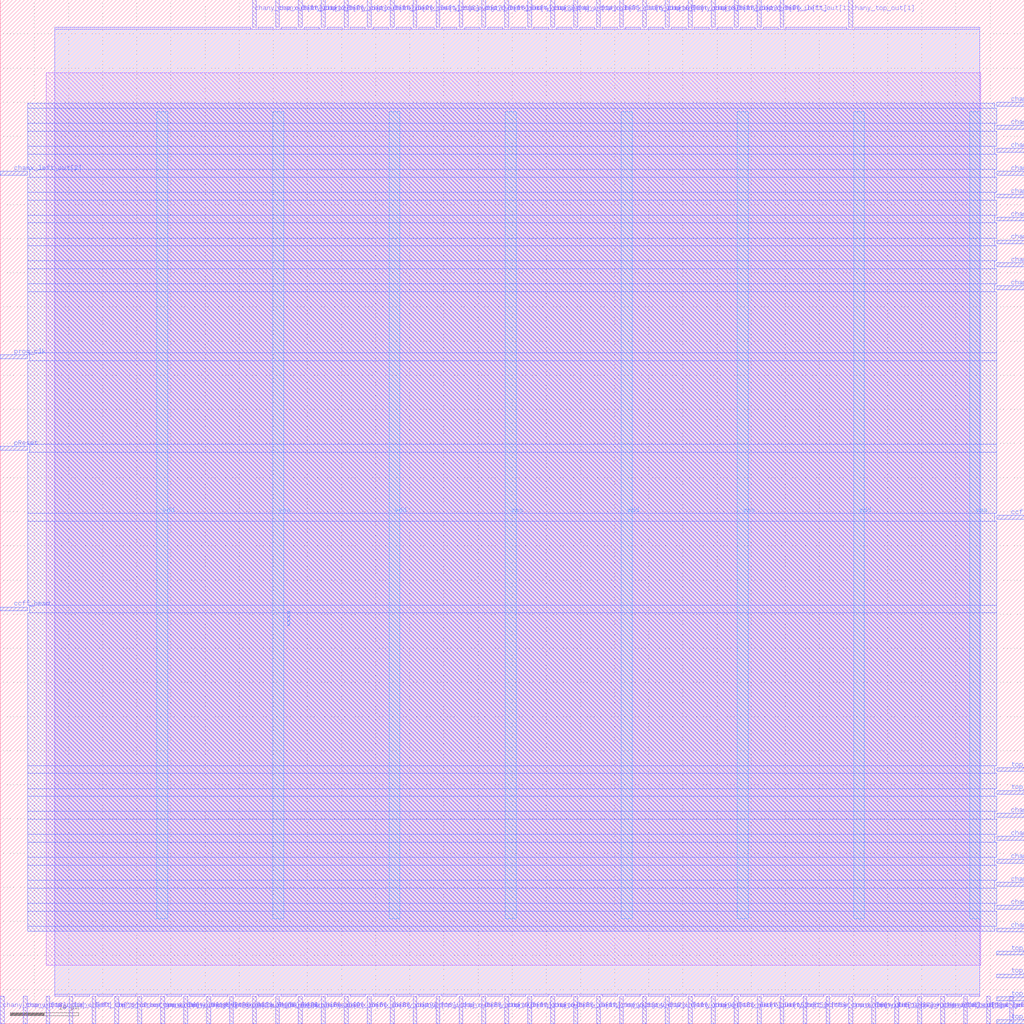
<source format=lef>
VERSION 5.7 ;
  NOWIREEXTENSIONATPIN ON ;
  DIVIDERCHAR "/" ;
  BUSBITCHARS "[]" ;
MACRO sb_2__0_
  CLASS BLOCK ;
  FOREIGN sb_2__0_ ;
  ORIGIN 0.000 0.000 ;
  SIZE 150.000 BY 150.000 ;
  PIN ccff_head
    DIRECTION INPUT ;
    USE SIGNAL ;
    ANTENNAGATEAREA 0.741000 ;
    ANTENNADIFFAREA 0.410400 ;
    PORT
      LAYER Metal3 ;
        RECT 0.000 60.480 4.000 61.040 ;
    END
  END ccff_head
  PIN ccff_tail
    DIRECTION OUTPUT TRISTATE ;
    USE SIGNAL ;
    ANTENNADIFFAREA 2.080400 ;
    PORT
      LAYER Metal3 ;
        RECT 146.000 73.920 150.000 74.480 ;
    END
  END ccff_tail
  PIN chanx_left_in[0]
    DIRECTION INPUT ;
    USE SIGNAL ;
    PORT
      LAYER Metal2 ;
        RECT 30.240 0.000 30.800 4.000 ;
    END
  END chanx_left_in[0]
  PIN chanx_left_in[10]
    DIRECTION INPUT ;
    USE SIGNAL ;
    PORT
      LAYER Metal2 ;
        RECT 10.080 0.000 10.640 4.000 ;
    END
  END chanx_left_in[10]
  PIN chanx_left_in[11]
    DIRECTION INPUT ;
    USE SIGNAL ;
    ANTENNAGATEAREA 0.741000 ;
    ANTENNADIFFAREA 0.410400 ;
    PORT
      LAYER Metal2 ;
        RECT 110.880 146.000 111.440 150.000 ;
    END
  END chanx_left_in[11]
  PIN chanx_left_in[12]
    DIRECTION INPUT ;
    USE SIGNAL ;
    ANTENNAGATEAREA 0.741000 ;
    ANTENNADIFFAREA 0.410400 ;
    PORT
      LAYER Metal2 ;
        RECT 80.640 0.000 81.200 4.000 ;
    END
  END chanx_left_in[12]
  PIN chanx_left_in[13]
    DIRECTION INPUT ;
    USE SIGNAL ;
    ANTENNAGATEAREA 0.741000 ;
    ANTENNADIFFAREA 0.410400 ;
    PORT
      LAYER Metal2 ;
        RECT 104.160 146.000 104.720 150.000 ;
    END
  END chanx_left_in[13]
  PIN chanx_left_in[14]
    DIRECTION INPUT ;
    USE SIGNAL ;
    ANTENNAGATEAREA 0.741000 ;
    ANTENNADIFFAREA 0.410400 ;
    PORT
      LAYER Metal3 ;
        RECT 146.000 13.440 150.000 14.000 ;
    END
  END chanx_left_in[14]
  PIN chanx_left_in[15]
    DIRECTION INPUT ;
    USE SIGNAL ;
    PORT
      LAYER Metal2 ;
        RECT 110.880 0.000 111.440 4.000 ;
    END
  END chanx_left_in[15]
  PIN chanx_left_in[16]
    DIRECTION INPUT ;
    USE SIGNAL ;
    PORT
      LAYER Metal2 ;
        RECT 144.480 0.000 145.040 4.000 ;
    END
  END chanx_left_in[16]
  PIN chanx_left_in[17]
    DIRECTION INPUT ;
    USE SIGNAL ;
    PORT
      LAYER Metal2 ;
        RECT 33.600 0.000 34.160 4.000 ;
    END
  END chanx_left_in[17]
  PIN chanx_left_in[18]
    DIRECTION INPUT ;
    USE SIGNAL ;
    PORT
      LAYER Metal2 ;
        RECT 23.520 0.000 24.080 4.000 ;
    END
  END chanx_left_in[18]
  PIN chanx_left_in[19]
    DIRECTION INPUT ;
    USE SIGNAL ;
    PORT
      LAYER Metal2 ;
        RECT 53.760 0.000 54.320 4.000 ;
    END
  END chanx_left_in[19]
  PIN chanx_left_in[1]
    DIRECTION INPUT ;
    USE SIGNAL ;
    ANTENNAGATEAREA 0.741000 ;
    ANTENNADIFFAREA 0.410400 ;
    PORT
      LAYER Metal2 ;
        RECT 47.040 146.000 47.600 150.000 ;
    END
  END chanx_left_in[1]
  PIN chanx_left_in[2]
    DIRECTION INPUT ;
    USE SIGNAL ;
    ANTENNAGATEAREA 0.741000 ;
    ANTENNADIFFAREA 0.410400 ;
    PORT
      LAYER Metal2 ;
        RECT 53.760 146.000 54.320 150.000 ;
    END
  END chanx_left_in[2]
  PIN chanx_left_in[3]
    DIRECTION INPUT ;
    USE SIGNAL ;
    ANTENNAGATEAREA 0.741000 ;
    ANTENNADIFFAREA 0.410400 ;
    PORT
      LAYER Metal2 ;
        RECT 60.480 146.000 61.040 150.000 ;
    END
  END chanx_left_in[3]
  PIN chanx_left_in[4]
    DIRECTION INPUT ;
    USE SIGNAL ;
    ANTENNAGATEAREA 0.741000 ;
    ANTENNADIFFAREA 0.410400 ;
    PORT
      LAYER Metal3 ;
        RECT 146.000 134.400 150.000 134.960 ;
    END
  END chanx_left_in[4]
  PIN chanx_left_in[5]
    DIRECTION INPUT ;
    USE SIGNAL ;
    PORT
      LAYER Metal2 ;
        RECT 40.320 0.000 40.880 4.000 ;
    END
  END chanx_left_in[5]
  PIN chanx_left_in[6]
    DIRECTION INPUT ;
    USE SIGNAL ;
    PORT
      LAYER Metal2 ;
        RECT 47.040 0.000 47.600 4.000 ;
    END
  END chanx_left_in[6]
  PIN chanx_left_in[7]
    DIRECTION INPUT ;
    USE SIGNAL ;
    PORT
      LAYER Metal2 ;
        RECT 36.960 0.000 37.520 4.000 ;
    END
  END chanx_left_in[7]
  PIN chanx_left_in[8]
    DIRECTION INPUT ;
    USE SIGNAL ;
    PORT
      LAYER Metal2 ;
        RECT 50.400 0.000 50.960 4.000 ;
    END
  END chanx_left_in[8]
  PIN chanx_left_in[9]
    DIRECTION INPUT ;
    USE SIGNAL ;
    PORT
      LAYER Metal2 ;
        RECT 43.680 0.000 44.240 4.000 ;
    END
  END chanx_left_in[9]
  PIN chanx_left_out[0]
    DIRECTION OUTPUT TRISTATE ;
    USE SIGNAL ;
    ANTENNADIFFAREA 0.360800 ;
    PORT
      LAYER Metal3 ;
        RECT 146.000 114.240 150.000 114.800 ;
    END
  END chanx_left_out[0]
  PIN chanx_left_out[10]
    DIRECTION OUTPUT TRISTATE ;
    USE SIGNAL ;
    ANTENNADIFFAREA 0.360800 ;
    PORT
      LAYER Metal2 ;
        RECT 73.920 0.000 74.480 4.000 ;
    END
  END chanx_left_out[10]
  PIN chanx_left_out[11]
    DIRECTION OUTPUT TRISTATE ;
    USE SIGNAL ;
    ANTENNADIFFAREA 0.360800 ;
    PORT
      LAYER Metal2 ;
        RECT 114.240 146.000 114.800 150.000 ;
    END
  END chanx_left_out[11]
  PIN chanx_left_out[12]
    DIRECTION OUTPUT TRISTATE ;
    USE SIGNAL ;
    ANTENNADIFFAREA 0.360800 ;
    PORT
      LAYER Metal2 ;
        RECT 40.320 146.000 40.880 150.000 ;
    END
  END chanx_left_out[12]
  PIN chanx_left_out[13]
    DIRECTION OUTPUT TRISTATE ;
    USE SIGNAL ;
    ANTENNADIFFAREA 0.360800 ;
    PORT
      LAYER Metal2 ;
        RECT 84.000 0.000 84.560 4.000 ;
    END
  END chanx_left_out[13]
  PIN chanx_left_out[14]
    DIRECTION OUTPUT TRISTATE ;
    USE SIGNAL ;
    ANTENNADIFFAREA 0.360800 ;
    PORT
      LAYER Metal2 ;
        RECT 124.320 0.000 124.880 4.000 ;
    END
  END chanx_left_out[14]
  PIN chanx_left_out[15]
    DIRECTION OUTPUT TRISTATE ;
    USE SIGNAL ;
    ANTENNADIFFAREA 0.360800 ;
    PORT
      LAYER Metal2 ;
        RECT 107.520 0.000 108.080 4.000 ;
    END
  END chanx_left_out[15]
  PIN chanx_left_out[16]
    DIRECTION OUTPUT TRISTATE ;
    USE SIGNAL ;
    ANTENNADIFFAREA 2.080400 ;
    PORT
      LAYER Metal2 ;
        RECT 90.720 146.000 91.280 150.000 ;
    END
  END chanx_left_out[16]
  PIN chanx_left_out[17]
    DIRECTION OUTPUT TRISTATE ;
    USE SIGNAL ;
    ANTENNADIFFAREA 2.080400 ;
    PORT
      LAYER Metal3 ;
        RECT 146.000 30.240 150.000 30.800 ;
    END
  END chanx_left_out[17]
  PIN chanx_left_out[18]
    DIRECTION OUTPUT TRISTATE ;
    USE SIGNAL ;
    ANTENNADIFFAREA 2.080400 ;
    PORT
      LAYER Metal2 ;
        RECT 97.440 146.000 98.000 150.000 ;
    END
  END chanx_left_out[18]
  PIN chanx_left_out[19]
    DIRECTION OUTPUT TRISTATE ;
    USE SIGNAL ;
    ANTENNADIFFAREA 2.080400 ;
    PORT
      LAYER Metal2 ;
        RECT 67.200 0.000 67.760 4.000 ;
    END
  END chanx_left_out[19]
  PIN chanx_left_out[1]
    DIRECTION OUTPUT TRISTATE ;
    USE SIGNAL ;
    ANTENNADIFFAREA 0.360800 ;
    PORT
      LAYER Metal2 ;
        RECT 57.120 146.000 57.680 150.000 ;
    END
  END chanx_left_out[1]
  PIN chanx_left_out[2]
    DIRECTION OUTPUT TRISTATE ;
    USE SIGNAL ;
    ANTENNADIFFAREA 0.360800 ;
    PORT
      LAYER Metal3 ;
        RECT 0.000 124.320 4.000 124.880 ;
    END
  END chanx_left_out[2]
  PIN chanx_left_out[3]
    DIRECTION OUTPUT TRISTATE ;
    USE SIGNAL ;
    ANTENNADIFFAREA 0.360800 ;
    PORT
      LAYER Metal2 ;
        RECT 73.920 146.000 74.480 150.000 ;
    END
  END chanx_left_out[3]
  PIN chanx_left_out[4]
    DIRECTION OUTPUT TRISTATE ;
    USE SIGNAL ;
    ANTENNADIFFAREA 0.360800 ;
    PORT
      LAYER Metal2 ;
        RECT 70.560 146.000 71.120 150.000 ;
    END
  END chanx_left_out[4]
  PIN chanx_left_out[5]
    DIRECTION OUTPUT TRISTATE ;
    USE SIGNAL ;
    ANTENNADIFFAREA 0.360800 ;
    PORT
      LAYER Metal3 ;
        RECT 146.000 117.600 150.000 118.160 ;
    END
  END chanx_left_out[5]
  PIN chanx_left_out[6]
    DIRECTION OUTPUT TRISTATE ;
    USE SIGNAL ;
    ANTENNADIFFAREA 2.080400 ;
    PORT
      LAYER Metal2 ;
        RECT 87.360 146.000 87.920 150.000 ;
    END
  END chanx_left_out[6]
  PIN chanx_left_out[7]
    DIRECTION OUTPUT TRISTATE ;
    USE SIGNAL ;
    ANTENNADIFFAREA 2.080400 ;
    PORT
      LAYER Metal2 ;
        RECT 104.160 0.000 104.720 4.000 ;
    END
  END chanx_left_out[7]
  PIN chanx_left_out[8]
    DIRECTION OUTPUT TRISTATE ;
    USE SIGNAL ;
    ANTENNADIFFAREA 1.986000 ;
    PORT
      LAYER Metal3 ;
        RECT 146.000 110.880 150.000 111.440 ;
    END
  END chanx_left_out[8]
  PIN chanx_left_out[9]
    DIRECTION OUTPUT TRISTATE ;
    USE SIGNAL ;
    ANTENNADIFFAREA 2.080400 ;
    PORT
      LAYER Metal2 ;
        RECT 97.440 0.000 98.000 4.000 ;
    END
  END chanx_left_out[9]
  PIN chany_top_in[0]
    DIRECTION INPUT ;
    USE SIGNAL ;
    PORT
      LAYER Metal2 ;
        RECT 3.360 0.000 3.920 4.000 ;
    END
  END chany_top_in[0]
  PIN chany_top_in[10]
    DIRECTION INPUT ;
    USE SIGNAL ;
    PORT
      LAYER Metal2 ;
        RECT 6.720 0.000 7.280 4.000 ;
    END
  END chany_top_in[10]
  PIN chany_top_in[11]
    DIRECTION INPUT ;
    USE SIGNAL ;
    ANTENNAGATEAREA 0.741000 ;
    ANTENNADIFFAREA 0.410400 ;
    PORT
      LAYER Metal2 ;
        RECT 94.080 0.000 94.640 4.000 ;
    END
  END chany_top_in[11]
  PIN chany_top_in[12]
    DIRECTION INPUT ;
    USE SIGNAL ;
    ANTENNAGATEAREA 0.741000 ;
    ANTENNADIFFAREA 0.410400 ;
    PORT
      LAYER Metal3 ;
        RECT 146.000 107.520 150.000 108.080 ;
    END
  END chany_top_in[12]
  PIN chany_top_in[13]
    DIRECTION INPUT ;
    USE SIGNAL ;
    ANTENNAGATEAREA 0.741000 ;
    ANTENNADIFFAREA 0.410400 ;
    PORT
      LAYER Metal2 ;
        RECT 100.800 0.000 101.360 4.000 ;
    END
  END chany_top_in[13]
  PIN chany_top_in[14]
    DIRECTION INPUT ;
    USE SIGNAL ;
    ANTENNAGATEAREA 0.741000 ;
    ANTENNADIFFAREA 0.410400 ;
    PORT
      LAYER Metal2 ;
        RECT 80.640 146.000 81.200 150.000 ;
    END
  END chany_top_in[14]
  PIN chany_top_in[15]
    DIRECTION INPUT ;
    USE SIGNAL ;
    PORT
      LAYER Metal2 ;
        RECT 114.240 0.000 114.800 4.000 ;
    END
  END chany_top_in[15]
  PIN chany_top_in[16]
    DIRECTION INPUT ;
    USE SIGNAL ;
    PORT
      LAYER Metal2 ;
        RECT 57.120 0.000 57.680 4.000 ;
    END
  END chany_top_in[16]
  PIN chany_top_in[17]
    DIRECTION INPUT ;
    USE SIGNAL ;
    PORT
      LAYER Metal2 ;
        RECT 90.720 0.000 91.280 4.000 ;
    END
  END chany_top_in[17]
  PIN chany_top_in[18]
    DIRECTION INPUT ;
    USE SIGNAL ;
    PORT
      LAYER Metal2 ;
        RECT 0.000 0.000 0.560 4.000 ;
    END
  END chany_top_in[18]
  PIN chany_top_in[19]
    DIRECTION INPUT ;
    USE SIGNAL ;
    PORT
      LAYER Metal2 ;
        RECT 26.880 0.000 27.440 4.000 ;
    END
  END chany_top_in[19]
  PIN chany_top_in[1]
    DIRECTION INPUT ;
    USE SIGNAL ;
    ANTENNAGATEAREA 0.741000 ;
    ANTENNADIFFAREA 0.410400 ;
    PORT
      LAYER Metal2 ;
        RECT 60.480 0.000 61.040 4.000 ;
    END
  END chany_top_in[1]
  PIN chany_top_in[2]
    DIRECTION INPUT ;
    USE SIGNAL ;
    ANTENNAGATEAREA 0.741000 ;
    ANTENNADIFFAREA 0.410400 ;
    PORT
      LAYER Metal2 ;
        RECT 94.080 146.000 94.640 150.000 ;
    END
  END chany_top_in[2]
  PIN chany_top_in[3]
    DIRECTION INPUT ;
    USE SIGNAL ;
    ANTENNAGATEAREA 0.741000 ;
    ANTENNADIFFAREA 0.410400 ;
    PORT
      LAYER Metal3 ;
        RECT 146.000 26.880 150.000 27.440 ;
    END
  END chany_top_in[3]
  PIN chany_top_in[4]
    DIRECTION INPUT ;
    USE SIGNAL ;
    ANTENNAGATEAREA 0.741000 ;
    ANTENNADIFFAREA 0.410400 ;
    PORT
      LAYER Metal2 ;
        RECT 77.280 146.000 77.840 150.000 ;
    END
  END chany_top_in[4]
  PIN chany_top_in[5]
    DIRECTION INPUT ;
    USE SIGNAL ;
    PORT
      LAYER Metal2 ;
        RECT 137.760 0.000 138.320 4.000 ;
    END
  END chany_top_in[5]
  PIN chany_top_in[6]
    DIRECTION INPUT ;
    USE SIGNAL ;
    PORT
      LAYER Metal2 ;
        RECT 20.160 0.000 20.720 4.000 ;
    END
  END chany_top_in[6]
  PIN chany_top_in[7]
    DIRECTION INPUT ;
    USE SIGNAL ;
    PORT
      LAYER Metal2 ;
        RECT 127.680 0.000 128.240 4.000 ;
    END
  END chany_top_in[7]
  PIN chany_top_in[8]
    DIRECTION INPUT ;
    USE SIGNAL ;
    PORT
      LAYER Metal2 ;
        RECT 134.400 0.000 134.960 4.000 ;
    END
  END chany_top_in[8]
  PIN chany_top_in[9]
    DIRECTION INPUT ;
    USE SIGNAL ;
    PORT
      LAYER Metal2 ;
        RECT 120.960 0.000 121.520 4.000 ;
    END
  END chany_top_in[9]
  PIN chany_top_out[0]
    DIRECTION OUTPUT TRISTATE ;
    USE SIGNAL ;
    ANTENNADIFFAREA 0.360800 ;
    PORT
      LAYER Metal3 ;
        RECT 146.000 131.040 150.000 131.600 ;
    END
  END chany_top_out[0]
  PIN chany_top_out[10]
    DIRECTION OUTPUT TRISTATE ;
    USE SIGNAL ;
    ANTENNADIFFAREA 0.360800 ;
    PORT
      LAYER Metal2 ;
        RECT 36.960 146.000 37.520 150.000 ;
    END
  END chany_top_out[10]
  PIN chany_top_out[11]
    DIRECTION OUTPUT TRISTATE ;
    USE SIGNAL ;
    ANTENNADIFFAREA 0.360800 ;
    PORT
      LAYER Metal3 ;
        RECT 146.000 124.320 150.000 124.880 ;
    END
  END chany_top_out[11]
  PIN chany_top_out[12]
    DIRECTION OUTPUT TRISTATE ;
    USE SIGNAL ;
    ANTENNADIFFAREA 0.360800 ;
    PORT
      LAYER Metal2 ;
        RECT 70.560 0.000 71.120 4.000 ;
    END
  END chany_top_out[12]
  PIN chany_top_out[13]
    DIRECTION OUTPUT TRISTATE ;
    USE SIGNAL ;
    ANTENNADIFFAREA 0.360800 ;
    PORT
      LAYER Metal2 ;
        RECT 100.800 146.000 101.360 150.000 ;
    END
  END chany_top_out[13]
  PIN chany_top_out[14]
    DIRECTION OUTPUT TRISTATE ;
    USE SIGNAL ;
    ANTENNADIFFAREA 0.360800 ;
    PORT
      LAYER Metal2 ;
        RECT 87.360 0.000 87.920 4.000 ;
    END
  END chany_top_out[14]
  PIN chany_top_out[15]
    DIRECTION OUTPUT TRISTATE ;
    USE SIGNAL ;
    ANTENNADIFFAREA 0.360800 ;
    PORT
      LAYER Metal3 ;
        RECT 146.000 120.960 150.000 121.520 ;
    END
  END chany_top_out[15]
  PIN chany_top_out[16]
    DIRECTION OUTPUT TRISTATE ;
    USE SIGNAL ;
    ANTENNADIFFAREA 1.986000 ;
    PORT
      LAYER Metal3 ;
        RECT 146.000 127.680 150.000 128.240 ;
    END
  END chany_top_out[16]
  PIN chany_top_out[17]
    DIRECTION OUTPUT TRISTATE ;
    USE SIGNAL ;
    ANTENNADIFFAREA 2.080400 ;
    PORT
      LAYER Metal2 ;
        RECT 63.840 146.000 64.400 150.000 ;
    END
  END chany_top_out[17]
  PIN chany_top_out[18]
    DIRECTION OUTPUT TRISTATE ;
    USE SIGNAL ;
    ANTENNADIFFAREA 2.080400 ;
    PORT
      LAYER Metal2 ;
        RECT 67.200 146.000 67.760 150.000 ;
    END
  END chany_top_out[18]
  PIN chany_top_out[19]
    DIRECTION OUTPUT TRISTATE ;
    USE SIGNAL ;
    ANTENNADIFFAREA 2.080400 ;
    PORT
      LAYER Metal2 ;
        RECT 50.400 146.000 50.960 150.000 ;
    END
  END chany_top_out[19]
  PIN chany_top_out[1]
    DIRECTION OUTPUT TRISTATE ;
    USE SIGNAL ;
    ANTENNADIFFAREA 0.360800 ;
    PORT
      LAYER Metal2 ;
        RECT 124.320 146.000 124.880 150.000 ;
    END
  END chany_top_out[1]
  PIN chany_top_out[2]
    DIRECTION OUTPUT TRISTATE ;
    USE SIGNAL ;
    ANTENNADIFFAREA 0.360800 ;
    PORT
      LAYER Metal2 ;
        RECT 43.680 146.000 44.240 150.000 ;
    END
  END chany_top_out[2]
  PIN chany_top_out[3]
    DIRECTION OUTPUT TRISTATE ;
    USE SIGNAL ;
    ANTENNADIFFAREA 0.360800 ;
    PORT
      LAYER Metal3 ;
        RECT 146.000 16.800 150.000 17.360 ;
    END
  END chany_top_out[3]
  PIN chany_top_out[4]
    DIRECTION OUTPUT TRISTATE ;
    USE SIGNAL ;
    ANTENNADIFFAREA 0.360800 ;
    PORT
      LAYER Metal3 ;
        RECT 146.000 23.520 150.000 24.080 ;
    END
  END chany_top_out[4]
  PIN chany_top_out[5]
    DIRECTION OUTPUT TRISTATE ;
    USE SIGNAL ;
    ANTENNADIFFAREA 0.360800 ;
    PORT
      LAYER Metal2 ;
        RECT 63.840 0.000 64.400 4.000 ;
    END
  END chany_top_out[5]
  PIN chany_top_out[6]
    DIRECTION OUTPUT TRISTATE ;
    USE SIGNAL ;
    ANTENNADIFFAREA 2.080400 ;
    PORT
      LAYER Metal3 ;
        RECT 146.000 20.160 150.000 20.720 ;
    END
  END chany_top_out[6]
  PIN chany_top_out[7]
    DIRECTION OUTPUT TRISTATE ;
    USE SIGNAL ;
    ANTENNADIFFAREA 2.080400 ;
    PORT
      LAYER Metal2 ;
        RECT 107.520 146.000 108.080 150.000 ;
    END
  END chany_top_out[7]
  PIN chany_top_out[8]
    DIRECTION OUTPUT TRISTATE ;
    USE SIGNAL ;
    ANTENNADIFFAREA 2.080400 ;
    PORT
      LAYER Metal2 ;
        RECT 77.280 0.000 77.840 4.000 ;
    END
  END chany_top_out[8]
  PIN chany_top_out[9]
    DIRECTION OUTPUT TRISTATE ;
    USE SIGNAL ;
    ANTENNADIFFAREA 2.080400 ;
    PORT
      LAYER Metal2 ;
        RECT 84.000 146.000 84.560 150.000 ;
    END
  END chany_top_out[9]
  PIN left_bottom_grid_top_width_0_height_0_subtile_0__pin_inpad_0_
    DIRECTION INPUT ;
    USE SIGNAL ;
    PORT
      LAYER Metal2 ;
        RECT 16.800 0.000 17.360 4.000 ;
    END
  END left_bottom_grid_top_width_0_height_0_subtile_0__pin_inpad_0_
  PIN left_bottom_grid_top_width_0_height_0_subtile_1__pin_inpad_0_
    DIRECTION INPUT ;
    USE SIGNAL ;
    PORT
      LAYER Metal2 ;
        RECT 147.840 0.000 148.400 4.000 ;
    END
  END left_bottom_grid_top_width_0_height_0_subtile_1__pin_inpad_0_
  PIN left_bottom_grid_top_width_0_height_0_subtile_2__pin_inpad_0_
    DIRECTION INPUT ;
    USE SIGNAL ;
    PORT
      LAYER Metal2 ;
        RECT 117.600 0.000 118.160 4.000 ;
    END
  END left_bottom_grid_top_width_0_height_0_subtile_2__pin_inpad_0_
  PIN left_bottom_grid_top_width_0_height_0_subtile_3__pin_inpad_0_
    DIRECTION INPUT ;
    USE SIGNAL ;
    PORT
      LAYER Metal2 ;
        RECT 141.120 0.000 141.680 4.000 ;
    END
  END left_bottom_grid_top_width_0_height_0_subtile_3__pin_inpad_0_
  PIN left_top_grid_bottom_width_0_height_0_subtile_0__pin_O_2_
    DIRECTION INPUT ;
    USE SIGNAL ;
    PORT
      LAYER Metal2 ;
        RECT 131.040 0.000 131.600 4.000 ;
    END
  END left_top_grid_bottom_width_0_height_0_subtile_0__pin_O_2_
  PIN left_top_grid_bottom_width_0_height_0_subtile_0__pin_O_6_
    DIRECTION INPUT ;
    USE SIGNAL ;
    PORT
      LAYER Metal2 ;
        RECT 13.440 0.000 14.000 4.000 ;
    END
  END left_top_grid_bottom_width_0_height_0_subtile_0__pin_O_6_
  PIN pReset
    DIRECTION INPUT ;
    USE SIGNAL ;
    ANTENNAGATEAREA 0.726000 ;
    ANTENNADIFFAREA 0.410400 ;
    PORT
      LAYER Metal3 ;
        RECT 0.000 84.000 4.000 84.560 ;
    END
  END pReset
  PIN prog_clk
    DIRECTION INPUT ;
    USE SIGNAL ;
    ANTENNAGATEAREA 4.738000 ;
    ANTENNADIFFAREA 0.410400 ;
    PORT
      LAYER Metal3 ;
        RECT 0.000 97.440 4.000 98.000 ;
    END
  END prog_clk
  PIN top_left_grid_right_width_0_height_0_subtile_0__pin_O_1_
    DIRECTION INPUT ;
    USE SIGNAL ;
    PORT
      LAYER Metal3 ;
        RECT 146.000 6.720 150.000 7.280 ;
    END
  END top_left_grid_right_width_0_height_0_subtile_0__pin_O_1_
  PIN top_left_grid_right_width_0_height_0_subtile_0__pin_O_5_
    DIRECTION INPUT ;
    USE SIGNAL ;
    PORT
      LAYER Metal3 ;
        RECT 146.000 10.080 150.000 10.640 ;
    END
  END top_left_grid_right_width_0_height_0_subtile_0__pin_O_5_
  PIN top_right_grid_left_width_0_height_0_subtile_0__pin_inpad_0_
    DIRECTION INPUT ;
    USE SIGNAL ;
    PORT
      LAYER Metal3 ;
        RECT 146.000 36.960 150.000 37.520 ;
    END
  END top_right_grid_left_width_0_height_0_subtile_0__pin_inpad_0_
  PIN top_right_grid_left_width_0_height_0_subtile_1__pin_inpad_0_
    DIRECTION INPUT ;
    USE SIGNAL ;
    PORT
      LAYER Metal3 ;
        RECT 146.000 33.600 150.000 34.160 ;
    END
  END top_right_grid_left_width_0_height_0_subtile_1__pin_inpad_0_
  PIN top_right_grid_left_width_0_height_0_subtile_2__pin_inpad_0_
    DIRECTION INPUT ;
    USE SIGNAL ;
    PORT
      LAYER Metal3 ;
        RECT 146.000 0.000 150.000 0.560 ;
    END
  END top_right_grid_left_width_0_height_0_subtile_2__pin_inpad_0_
  PIN top_right_grid_left_width_0_height_0_subtile_3__pin_inpad_0_
    DIRECTION INPUT ;
    USE SIGNAL ;
    PORT
      LAYER Metal3 ;
        RECT 146.000 3.360 150.000 3.920 ;
    END
  END top_right_grid_left_width_0_height_0_subtile_3__pin_inpad_0_
  PIN vdd
    DIRECTION INOUT ;
    USE POWER ;
    PORT
      LAYER Metal4 ;
        RECT 22.930 15.380 24.530 133.580 ;
    END
    PORT
      LAYER Metal4 ;
        RECT 56.950 15.380 58.550 133.580 ;
    END
    PORT
      LAYER Metal4 ;
        RECT 90.970 15.380 92.570 133.580 ;
    END
    PORT
      LAYER Metal4 ;
        RECT 124.990 15.380 126.590 133.580 ;
    END
  END vdd
  PIN vss
    DIRECTION INOUT ;
    USE GROUND ;
    PORT
      LAYER Metal4 ;
        RECT 39.940 15.380 41.540 133.580 ;
    END
    PORT
      LAYER Metal4 ;
        RECT 73.960 15.380 75.560 133.580 ;
    END
    PORT
      LAYER Metal4 ;
        RECT 107.980 15.380 109.580 133.580 ;
    END
    PORT
      LAYER Metal4 ;
        RECT 142.000 15.380 143.600 133.580 ;
    END
  END vss
  OBS
      LAYER Metal1 ;
        RECT 6.720 8.550 143.600 139.290 ;
      LAYER Metal2 ;
        RECT 7.980 145.700 36.660 146.000 ;
        RECT 37.820 145.700 40.020 146.000 ;
        RECT 41.180 145.700 43.380 146.000 ;
        RECT 44.540 145.700 46.740 146.000 ;
        RECT 47.900 145.700 50.100 146.000 ;
        RECT 51.260 145.700 53.460 146.000 ;
        RECT 54.620 145.700 56.820 146.000 ;
        RECT 57.980 145.700 60.180 146.000 ;
        RECT 61.340 145.700 63.540 146.000 ;
        RECT 64.700 145.700 66.900 146.000 ;
        RECT 68.060 145.700 70.260 146.000 ;
        RECT 71.420 145.700 73.620 146.000 ;
        RECT 74.780 145.700 76.980 146.000 ;
        RECT 78.140 145.700 80.340 146.000 ;
        RECT 81.500 145.700 83.700 146.000 ;
        RECT 84.860 145.700 87.060 146.000 ;
        RECT 88.220 145.700 90.420 146.000 ;
        RECT 91.580 145.700 93.780 146.000 ;
        RECT 94.940 145.700 97.140 146.000 ;
        RECT 98.300 145.700 100.500 146.000 ;
        RECT 101.660 145.700 103.860 146.000 ;
        RECT 105.020 145.700 107.220 146.000 ;
        RECT 108.380 145.700 110.580 146.000 ;
        RECT 111.740 145.700 113.940 146.000 ;
        RECT 115.100 145.700 124.020 146.000 ;
        RECT 125.180 145.700 143.460 146.000 ;
        RECT 7.980 4.300 143.460 145.700 ;
        RECT 7.980 4.000 9.780 4.300 ;
        RECT 10.940 4.000 13.140 4.300 ;
        RECT 14.300 4.000 16.500 4.300 ;
        RECT 17.660 4.000 19.860 4.300 ;
        RECT 21.020 4.000 23.220 4.300 ;
        RECT 24.380 4.000 26.580 4.300 ;
        RECT 27.740 4.000 29.940 4.300 ;
        RECT 31.100 4.000 33.300 4.300 ;
        RECT 34.460 4.000 36.660 4.300 ;
        RECT 37.820 4.000 40.020 4.300 ;
        RECT 41.180 4.000 43.380 4.300 ;
        RECT 44.540 4.000 46.740 4.300 ;
        RECT 47.900 4.000 50.100 4.300 ;
        RECT 51.260 4.000 53.460 4.300 ;
        RECT 54.620 4.000 56.820 4.300 ;
        RECT 57.980 4.000 60.180 4.300 ;
        RECT 61.340 4.000 63.540 4.300 ;
        RECT 64.700 4.000 66.900 4.300 ;
        RECT 68.060 4.000 70.260 4.300 ;
        RECT 71.420 4.000 73.620 4.300 ;
        RECT 74.780 4.000 76.980 4.300 ;
        RECT 78.140 4.000 80.340 4.300 ;
        RECT 81.500 4.000 83.700 4.300 ;
        RECT 84.860 4.000 87.060 4.300 ;
        RECT 88.220 4.000 90.420 4.300 ;
        RECT 91.580 4.000 93.780 4.300 ;
        RECT 94.940 4.000 97.140 4.300 ;
        RECT 98.300 4.000 100.500 4.300 ;
        RECT 101.660 4.000 103.860 4.300 ;
        RECT 105.020 4.000 107.220 4.300 ;
        RECT 108.380 4.000 110.580 4.300 ;
        RECT 111.740 4.000 113.940 4.300 ;
        RECT 115.100 4.000 117.300 4.300 ;
        RECT 118.460 4.000 120.660 4.300 ;
        RECT 121.820 4.000 124.020 4.300 ;
        RECT 125.180 4.000 127.380 4.300 ;
        RECT 128.540 4.000 130.740 4.300 ;
        RECT 131.900 4.000 134.100 4.300 ;
        RECT 135.260 4.000 137.460 4.300 ;
        RECT 138.620 4.000 140.820 4.300 ;
        RECT 141.980 4.000 143.460 4.300 ;
      LAYER Metal3 ;
        RECT 4.000 134.100 145.700 134.820 ;
        RECT 4.000 131.900 146.000 134.100 ;
        RECT 4.000 130.740 145.700 131.900 ;
        RECT 4.000 128.540 146.000 130.740 ;
        RECT 4.000 127.380 145.700 128.540 ;
        RECT 4.000 125.180 146.000 127.380 ;
        RECT 4.300 124.020 145.700 125.180 ;
        RECT 4.000 121.820 146.000 124.020 ;
        RECT 4.000 120.660 145.700 121.820 ;
        RECT 4.000 118.460 146.000 120.660 ;
        RECT 4.000 117.300 145.700 118.460 ;
        RECT 4.000 115.100 146.000 117.300 ;
        RECT 4.000 113.940 145.700 115.100 ;
        RECT 4.000 111.740 146.000 113.940 ;
        RECT 4.000 110.580 145.700 111.740 ;
        RECT 4.000 108.380 146.000 110.580 ;
        RECT 4.000 107.220 145.700 108.380 ;
        RECT 4.000 98.300 146.000 107.220 ;
        RECT 4.300 97.140 146.000 98.300 ;
        RECT 4.000 84.860 146.000 97.140 ;
        RECT 4.300 83.700 146.000 84.860 ;
        RECT 4.000 74.780 146.000 83.700 ;
        RECT 4.000 73.620 145.700 74.780 ;
        RECT 4.000 61.340 146.000 73.620 ;
        RECT 4.300 60.180 146.000 61.340 ;
        RECT 4.000 37.820 146.000 60.180 ;
        RECT 4.000 36.660 145.700 37.820 ;
        RECT 4.000 34.460 146.000 36.660 ;
        RECT 4.000 33.300 145.700 34.460 ;
        RECT 4.000 31.100 146.000 33.300 ;
        RECT 4.000 29.940 145.700 31.100 ;
        RECT 4.000 27.740 146.000 29.940 ;
        RECT 4.000 26.580 145.700 27.740 ;
        RECT 4.000 24.380 146.000 26.580 ;
        RECT 4.000 23.220 145.700 24.380 ;
        RECT 4.000 21.020 146.000 23.220 ;
        RECT 4.000 19.860 145.700 21.020 ;
        RECT 4.000 17.660 146.000 19.860 ;
        RECT 4.000 16.500 145.700 17.660 ;
        RECT 4.000 14.300 146.000 16.500 ;
        RECT 4.000 13.580 145.700 14.300 ;
      LAYER Metal4 ;
        RECT 42.140 58.330 42.420 60.390 ;
  END
END sb_2__0_
END LIBRARY


</source>
